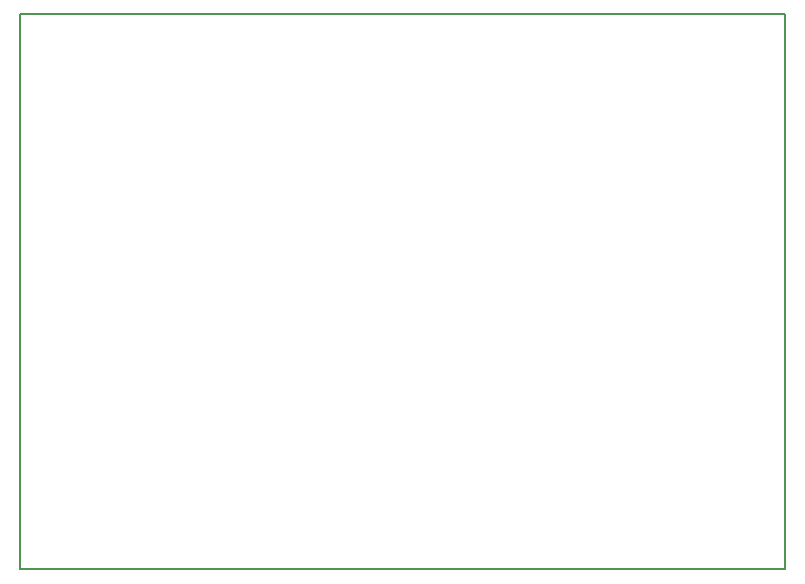
<source format=gbr>
G04 #@! TF.FileFunction,Profile,NP*
%FSLAX46Y46*%
G04 Gerber Fmt 4.6, Leading zero omitted, Abs format (unit mm)*
G04 Created by KiCad (PCBNEW 4.0.1-stable) date Tuesday, February 02, 2016 'pmt' 10:50:14 pm*
%MOMM*%
G01*
G04 APERTURE LIST*
%ADD10C,0.100000*%
%ADD11C,0.150000*%
G04 APERTURE END LIST*
D10*
D11*
X129540000Y-76200000D02*
X194310000Y-76200000D01*
X129540000Y-123190000D02*
X129540000Y-76200000D01*
X194310000Y-123190000D02*
X129540000Y-123190000D01*
X194310000Y-76200000D02*
X194310000Y-123190000D01*
M02*

</source>
